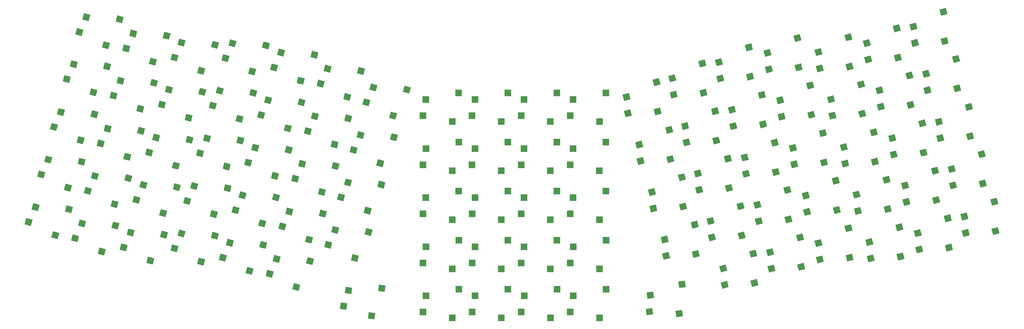
<source format=gbp>
G04 #@! TF.GenerationSoftware,KiCad,Pcbnew,(5.1.10)-1*
G04 #@! TF.CreationDate,2021-10-14T20:39:04+01:00*
G04 #@! TF.ProjectId,superlyra-hs,73757065-726c-4797-9261-2d68732e6b69,0.1*
G04 #@! TF.SameCoordinates,Original*
G04 #@! TF.FileFunction,Paste,Bot*
G04 #@! TF.FilePolarity,Positive*
%FSLAX46Y46*%
G04 Gerber Fmt 4.6, Leading zero omitted, Abs format (unit mm)*
G04 Created by KiCad (PCBNEW (5.1.10)-1) date 2021-10-14 20:39:04*
%MOMM*%
%LPD*%
G01*
G04 APERTURE LIST*
%ADD10C,0.100000*%
%ADD11R,2.550000X2.500000*%
G04 APERTURE END LIST*
D10*
G36*
X356392602Y-118848768D02*
G01*
X357039649Y-121263583D01*
X354576538Y-121923572D01*
X353929491Y-119508757D01*
X356392602Y-118848768D01*
G37*
G36*
X367902122Y-118131443D02*
G01*
X368549169Y-120546258D01*
X366086058Y-121206247D01*
X365439011Y-118791432D01*
X367902122Y-118131443D01*
G37*
G36*
X355861183Y-112507227D02*
G01*
X356508230Y-114922042D01*
X354045119Y-115582031D01*
X353398072Y-113167216D01*
X355861183Y-112507227D01*
G37*
G36*
X367471041Y-106766773D02*
G01*
X368118088Y-109181588D01*
X365654977Y-109841577D01*
X365007930Y-107426762D01*
X367471041Y-106766773D01*
G37*
G36*
X144003423Y-178028616D02*
G01*
X143677107Y-180507228D01*
X141148923Y-180174386D01*
X141475239Y-177695774D01*
X144003423Y-178028616D01*
G37*
G36*
X154911341Y-181770397D02*
G01*
X154585025Y-184249009D01*
X152056841Y-183916167D01*
X152383157Y-181437555D01*
X154911341Y-181770397D01*
G37*
G36*
X158862144Y-171105843D02*
G01*
X158535828Y-173584455D01*
X156007644Y-173251613D01*
X156333960Y-170773001D01*
X158862144Y-171105843D01*
G37*
G36*
X145939258Y-171966430D02*
G01*
X145612942Y-174445042D01*
X143084758Y-174112200D01*
X143411074Y-171633588D01*
X145939258Y-171966430D01*
G37*
G36*
X262109125Y-179822046D02*
G01*
X262435441Y-182300658D01*
X259907257Y-182633500D01*
X259580941Y-180154888D01*
X262109125Y-179822046D01*
G37*
G36*
X273613809Y-180613151D02*
G01*
X273940125Y-183091763D01*
X271411941Y-183424605D01*
X271085625Y-180945993D01*
X273613809Y-180613151D01*
G37*
G36*
X274669802Y-169289440D02*
G01*
X274996118Y-171768052D01*
X272467934Y-172100894D01*
X272141618Y-169622282D01*
X274669802Y-169289440D01*
G37*
G36*
X262409989Y-173465393D02*
G01*
X262736305Y-175944005D01*
X260208121Y-176276847D01*
X259881805Y-173798235D01*
X262409989Y-173465393D01*
G37*
G36*
X40278356Y-151960792D02*
G01*
X39631309Y-154375607D01*
X37168198Y-153715618D01*
X37815245Y-151300803D01*
X40278356Y-151960792D01*
G37*
G36*
X50604556Y-157094330D02*
G01*
X49957509Y-159509145D01*
X47494398Y-158849156D01*
X48141445Y-156434341D01*
X50604556Y-157094330D01*
G37*
G36*
X42988904Y-146203146D02*
G01*
X42341857Y-148617961D01*
X39878746Y-147957972D01*
X40525793Y-145543157D01*
X42988904Y-146203146D01*
G37*
G36*
X55913563Y-147036696D02*
G01*
X55266516Y-149451511D01*
X52803405Y-148791522D01*
X53450452Y-146376707D01*
X55913563Y-147036696D01*
G37*
G36*
X327793007Y-85507923D02*
G01*
X328440054Y-87922738D01*
X325976943Y-88582727D01*
X325329896Y-86167912D01*
X327793007Y-85507923D01*
G37*
G36*
X339302527Y-84790598D02*
G01*
X339949574Y-87205413D01*
X337486463Y-87865402D01*
X336839416Y-85450587D01*
X339302527Y-84790598D01*
G37*
G36*
X327261588Y-79166382D02*
G01*
X327908635Y-81581197D01*
X325445524Y-82241186D01*
X324798477Y-79826371D01*
X327261588Y-79166382D01*
G37*
G36*
X338871446Y-73425928D02*
G01*
X339518493Y-75840743D01*
X337055382Y-76500732D01*
X336408335Y-74085917D01*
X338871446Y-73425928D01*
G37*
G36*
X41919833Y-72069874D02*
G01*
X41272786Y-74484689D01*
X38809675Y-73824700D01*
X39456722Y-71409885D01*
X41919833Y-72069874D01*
G37*
G36*
X52246033Y-77203412D02*
G01*
X51598986Y-79618227D01*
X49135875Y-78958238D01*
X49782922Y-76543423D01*
X52246033Y-77203412D01*
G37*
G36*
X44630381Y-66312228D02*
G01*
X43983334Y-68727043D01*
X41520223Y-68067054D01*
X42167270Y-65652239D01*
X44630381Y-66312228D01*
G37*
G36*
X57555040Y-67145778D02*
G01*
X56907993Y-69560593D01*
X54444882Y-68900604D01*
X55091929Y-66485789D01*
X57555040Y-67145778D01*
G37*
G36*
X60077832Y-78425445D02*
G01*
X59430785Y-80840260D01*
X56967674Y-80180271D01*
X57614721Y-77765456D01*
X60077832Y-78425445D01*
G37*
G36*
X70404032Y-83558983D02*
G01*
X69756985Y-85973798D01*
X67293874Y-85313809D01*
X67940921Y-82898994D01*
X70404032Y-83558983D01*
G37*
G36*
X62788380Y-72667799D02*
G01*
X62141333Y-75082614D01*
X59678222Y-74422625D01*
X60325269Y-72007810D01*
X62788380Y-72667799D01*
G37*
G36*
X75713039Y-73501349D02*
G01*
X75065992Y-75916164D01*
X72602881Y-75256175D01*
X73249928Y-72841360D01*
X75713039Y-73501349D01*
G37*
G36*
X78774356Y-81934703D02*
G01*
X78127309Y-84349518D01*
X75664198Y-83689529D01*
X76311245Y-81274714D01*
X78774356Y-81934703D01*
G37*
G36*
X89100556Y-87068241D02*
G01*
X88453509Y-89483056D01*
X85990398Y-88823067D01*
X86637445Y-86408252D01*
X89100556Y-87068241D01*
G37*
G36*
X81484904Y-76177057D02*
G01*
X80837857Y-78591872D01*
X78374746Y-77931883D01*
X79021793Y-75517068D01*
X81484904Y-76177057D01*
G37*
G36*
X94409563Y-77010607D02*
G01*
X93762516Y-79425422D01*
X91299405Y-78765433D01*
X91946452Y-76350618D01*
X94409563Y-77010607D01*
G37*
G36*
X98485519Y-82203912D02*
G01*
X97838472Y-84618727D01*
X95375361Y-83958738D01*
X96022408Y-81543923D01*
X98485519Y-82203912D01*
G37*
G36*
X108811719Y-87337450D02*
G01*
X108164672Y-89752265D01*
X105701561Y-89092276D01*
X106348608Y-86677461D01*
X108811719Y-87337450D01*
G37*
G36*
X101196067Y-76446266D02*
G01*
X100549020Y-78861081D01*
X98085909Y-78201092D01*
X98732956Y-75786277D01*
X101196067Y-76446266D01*
G37*
G36*
X114120726Y-77279816D02*
G01*
X113473679Y-79694631D01*
X111010568Y-79034642D01*
X111657615Y-76619827D01*
X114120726Y-77279816D01*
G37*
G36*
X117258063Y-85809611D02*
G01*
X116611016Y-88224426D01*
X114147905Y-87564437D01*
X114794952Y-85149622D01*
X117258063Y-85809611D01*
G37*
G36*
X127584263Y-90943149D02*
G01*
X126937216Y-93357964D01*
X124474105Y-92697975D01*
X125121152Y-90283160D01*
X127584263Y-90943149D01*
G37*
G36*
X119968611Y-80051965D02*
G01*
X119321564Y-82466780D01*
X116858453Y-81806791D01*
X117505500Y-79391976D01*
X119968611Y-80051965D01*
G37*
G36*
X132893270Y-80885515D02*
G01*
X132246223Y-83300330D01*
X129783112Y-82640341D01*
X130430159Y-80225526D01*
X132893270Y-80885515D01*
G37*
G36*
X135282605Y-92063030D02*
G01*
X134635558Y-94477845D01*
X132172447Y-93817856D01*
X132819494Y-91403041D01*
X135282605Y-92063030D01*
G37*
G36*
X145608805Y-97196568D02*
G01*
X144961758Y-99611383D01*
X142498647Y-98951394D01*
X143145694Y-96536579D01*
X145608805Y-97196568D01*
G37*
G36*
X137993153Y-86305384D02*
G01*
X137346106Y-88720199D01*
X134882995Y-88060210D01*
X135530042Y-85645395D01*
X137993153Y-86305384D01*
G37*
G36*
X150917812Y-87138934D02*
G01*
X150270765Y-89553749D01*
X147807654Y-88893760D01*
X148454701Y-86478945D01*
X150917812Y-87138934D01*
G37*
G36*
X153022910Y-99311849D02*
G01*
X152375863Y-101726664D01*
X149912752Y-101066675D01*
X150559799Y-98651860D01*
X153022910Y-99311849D01*
G37*
G36*
X163349110Y-104445387D02*
G01*
X162702063Y-106860202D01*
X160238952Y-106200213D01*
X160885999Y-103785398D01*
X163349110Y-104445387D01*
G37*
G36*
X155733458Y-93554203D02*
G01*
X155086411Y-95969018D01*
X152623300Y-95309029D01*
X153270347Y-92894214D01*
X155733458Y-93554203D01*
G37*
G36*
X168658117Y-94387753D02*
G01*
X168011070Y-96802568D01*
X165547959Y-96142579D01*
X166195006Y-93727764D01*
X168658117Y-94387753D01*
G37*
D11*
X173352027Y-105351860D03*
X184655027Y-107637860D03*
X174480027Y-99088860D03*
X187180027Y-96548860D03*
X192335938Y-105352622D03*
X203638938Y-107638622D03*
X193463938Y-99089622D03*
X206163938Y-96549622D03*
X211340099Y-105352850D03*
X222643099Y-107638850D03*
X212468099Y-99089850D03*
X225168099Y-96549850D03*
X230328946Y-105352702D03*
X241631946Y-107638702D03*
X231456946Y-99089702D03*
X244156946Y-96549702D03*
D10*
G36*
X253553140Y-102902399D02*
G01*
X254200187Y-105317214D01*
X251737076Y-105977203D01*
X251090029Y-103562388D01*
X253553140Y-102902399D01*
G37*
G36*
X265062660Y-102185074D02*
G01*
X265709707Y-104599889D01*
X263246596Y-105259878D01*
X262599549Y-102845063D01*
X265062660Y-102185074D01*
G37*
G36*
X253021721Y-96560858D02*
G01*
X253668768Y-98975673D01*
X251205657Y-99635662D01*
X250558610Y-97220847D01*
X253021721Y-96560858D01*
G37*
G36*
X264631579Y-90820404D02*
G01*
X265278626Y-93235219D01*
X262815515Y-93895208D01*
X262168468Y-91480393D01*
X264631579Y-90820404D01*
G37*
G36*
X271273232Y-95674797D02*
G01*
X271920279Y-98089612D01*
X269457168Y-98749601D01*
X268810121Y-96334786D01*
X271273232Y-95674797D01*
G37*
G36*
X282782752Y-94957472D02*
G01*
X283429799Y-97372287D01*
X280966688Y-98032276D01*
X280319641Y-95617461D01*
X282782752Y-94957472D01*
G37*
G36*
X270741813Y-89333256D02*
G01*
X271388860Y-91748071D01*
X268925749Y-92408060D01*
X268278702Y-89993245D01*
X270741813Y-89333256D01*
G37*
G36*
X282351671Y-83592802D02*
G01*
X282998718Y-86007617D01*
X280535607Y-86667606D01*
X279888560Y-84252791D01*
X282351671Y-83592802D01*
G37*
G36*
X289309240Y-89422182D02*
G01*
X289956287Y-91836997D01*
X287493176Y-92496986D01*
X286846129Y-90082171D01*
X289309240Y-89422182D01*
G37*
G36*
X300818760Y-88704857D02*
G01*
X301465807Y-91119672D01*
X299002696Y-91779661D01*
X298355649Y-89364846D01*
X300818760Y-88704857D01*
G37*
G36*
X288777821Y-83080641D02*
G01*
X289424868Y-85495456D01*
X286961757Y-86155445D01*
X286314710Y-83740630D01*
X288777821Y-83080641D01*
G37*
G36*
X300387679Y-77340187D02*
G01*
X301034726Y-79755002D01*
X298571615Y-80414991D01*
X297924568Y-78000176D01*
X300387679Y-77340187D01*
G37*
G36*
X308094181Y-85839770D02*
G01*
X308741228Y-88254585D01*
X306278117Y-88914574D01*
X305631070Y-86499759D01*
X308094181Y-85839770D01*
G37*
G36*
X319603701Y-85122445D02*
G01*
X320250748Y-87537260D01*
X317787637Y-88197249D01*
X317140590Y-85782434D01*
X319603701Y-85122445D01*
G37*
G36*
X307562762Y-79498229D02*
G01*
X308209809Y-81913044D01*
X305746698Y-82573033D01*
X305099651Y-80158218D01*
X307562762Y-79498229D01*
G37*
G36*
X319172620Y-73757775D02*
G01*
X319819667Y-76172590D01*
X317356556Y-76832579D01*
X316709509Y-74417764D01*
X319172620Y-73757775D01*
G37*
G36*
X346527983Y-82055774D02*
G01*
X347175030Y-84470589D01*
X344711919Y-85130578D01*
X344064872Y-82715763D01*
X346527983Y-82055774D01*
G37*
G36*
X358037503Y-81338449D02*
G01*
X358684550Y-83753264D01*
X356221439Y-84413253D01*
X355574392Y-81998438D01*
X358037503Y-81338449D01*
G37*
G36*
X345996564Y-75714233D02*
G01*
X346643611Y-78129048D01*
X344180500Y-78789037D01*
X343533453Y-76374222D01*
X345996564Y-75714233D01*
G37*
G36*
X357606422Y-69973779D02*
G01*
X358253469Y-72388594D01*
X355790358Y-73048583D01*
X355143311Y-70633768D01*
X357606422Y-69973779D01*
G37*
G36*
X364589678Y-75663485D02*
G01*
X365236725Y-78078300D01*
X362773614Y-78738289D01*
X362126567Y-76323474D01*
X364589678Y-75663485D01*
G37*
G36*
X376099198Y-74946160D02*
G01*
X376746245Y-77360975D01*
X374283134Y-78020964D01*
X373636087Y-75606149D01*
X376099198Y-74946160D01*
G37*
G36*
X364058259Y-69321944D02*
G01*
X364705306Y-71736759D01*
X362242195Y-72396748D01*
X361595148Y-69981933D01*
X364058259Y-69321944D01*
G37*
G36*
X375668117Y-63581490D02*
G01*
X376315164Y-65996305D01*
X373852053Y-66656294D01*
X373205006Y-64241479D01*
X375668117Y-63581490D01*
G37*
G36*
X37051296Y-90298855D02*
G01*
X36404249Y-92713670D01*
X33941138Y-92053681D01*
X34588185Y-89638866D01*
X37051296Y-90298855D01*
G37*
G36*
X47377496Y-95432393D02*
G01*
X46730449Y-97847208D01*
X44267338Y-97187219D01*
X44914385Y-94772404D01*
X47377496Y-95432393D01*
G37*
G36*
X39761844Y-84541209D02*
G01*
X39114797Y-86956024D01*
X36651686Y-86296035D01*
X37298733Y-83881220D01*
X39761844Y-84541209D01*
G37*
G36*
X52686503Y-85374759D02*
G01*
X52039456Y-87789574D01*
X49576345Y-87129585D01*
X50223392Y-84714770D01*
X52686503Y-85374759D01*
G37*
G36*
X55181065Y-96691581D02*
G01*
X54534018Y-99106396D01*
X52070907Y-98446407D01*
X52717954Y-96031592D01*
X55181065Y-96691581D01*
G37*
G36*
X65507265Y-101825119D02*
G01*
X64860218Y-104239934D01*
X62397107Y-103579945D01*
X63044154Y-101165130D01*
X65507265Y-101825119D01*
G37*
G36*
X57891613Y-90933935D02*
G01*
X57244566Y-93348750D01*
X54781455Y-92688761D01*
X55428502Y-90273946D01*
X57891613Y-90933935D01*
G37*
G36*
X70816272Y-91767485D02*
G01*
X70169225Y-94182300D01*
X67706114Y-93522311D01*
X68353161Y-91107496D01*
X70816272Y-91767485D01*
G37*
G36*
X73881974Y-100161586D02*
G01*
X73234927Y-102576401D01*
X70771816Y-101916412D01*
X71418863Y-99501597D01*
X73881974Y-100161586D01*
G37*
G36*
X84208174Y-105295124D02*
G01*
X83561127Y-107709939D01*
X81098016Y-107049950D01*
X81745063Y-104635135D01*
X84208174Y-105295124D01*
G37*
G36*
X76592522Y-94403940D02*
G01*
X75945475Y-96818755D01*
X73482364Y-96158766D01*
X74129411Y-93743951D01*
X76592522Y-94403940D01*
G37*
G36*
X89517181Y-95237490D02*
G01*
X88870134Y-97652305D01*
X86407023Y-96992316D01*
X87054070Y-94577501D01*
X89517181Y-95237490D01*
G37*
G36*
X93572187Y-100572961D02*
G01*
X92925140Y-102987776D01*
X90462029Y-102327787D01*
X91109076Y-99912972D01*
X93572187Y-100572961D01*
G37*
G36*
X103898387Y-105706499D02*
G01*
X103251340Y-108121314D01*
X100788229Y-107461325D01*
X101435276Y-105046510D01*
X103898387Y-105706499D01*
G37*
G36*
X96282735Y-94815315D02*
G01*
X95635688Y-97230130D01*
X93172577Y-96570141D01*
X93819624Y-94155326D01*
X96282735Y-94815315D01*
G37*
G36*
X109207394Y-95648865D02*
G01*
X108560347Y-98063680D01*
X106097236Y-97403691D01*
X106744283Y-94988876D01*
X109207394Y-95648865D01*
G37*
G36*
X112276356Y-104226822D02*
G01*
X111629309Y-106641637D01*
X109166198Y-105981648D01*
X109813245Y-103566833D01*
X112276356Y-104226822D01*
G37*
G36*
X122602556Y-109360360D02*
G01*
X121955509Y-111775175D01*
X119492398Y-111115186D01*
X120139445Y-108700371D01*
X122602556Y-109360360D01*
G37*
G36*
X114986904Y-98469176D02*
G01*
X114339857Y-100883991D01*
X111876746Y-100224002D01*
X112523793Y-97809187D01*
X114986904Y-98469176D01*
G37*
G36*
X127911563Y-99302726D02*
G01*
X127264516Y-101717541D01*
X124801405Y-101057552D01*
X125448452Y-98642737D01*
X127911563Y-99302726D01*
G37*
G36*
X130352507Y-110459317D02*
G01*
X129705460Y-112874132D01*
X127242349Y-112214143D01*
X127889396Y-109799328D01*
X130352507Y-110459317D01*
G37*
G36*
X140678707Y-115592855D02*
G01*
X140031660Y-118007670D01*
X137568549Y-117347681D01*
X138215596Y-114932866D01*
X140678707Y-115592855D01*
G37*
G36*
X133063055Y-104701671D02*
G01*
X132416008Y-107116486D01*
X129952897Y-106456497D01*
X130599944Y-104041682D01*
X133063055Y-104701671D01*
G37*
G36*
X145987714Y-105535221D02*
G01*
X145340667Y-107950036D01*
X142877556Y-107290047D01*
X143524603Y-104875232D01*
X145987714Y-105535221D01*
G37*
G36*
X148045757Y-117757191D02*
G01*
X147398710Y-120172006D01*
X144935599Y-119512017D01*
X145582646Y-117097202D01*
X148045757Y-117757191D01*
G37*
G36*
X158371957Y-122890729D02*
G01*
X157724910Y-125305544D01*
X155261799Y-124645555D01*
X155908846Y-122230740D01*
X158371957Y-122890729D01*
G37*
G36*
X150756305Y-111999545D02*
G01*
X150109258Y-114414360D01*
X147646147Y-113754371D01*
X148293194Y-111339556D01*
X150756305Y-111999545D01*
G37*
G36*
X163680964Y-112833095D02*
G01*
X163033917Y-115247910D01*
X160570806Y-114587921D01*
X161217853Y-112173106D01*
X163680964Y-112833095D01*
G37*
D11*
X173354461Y-124370059D03*
X184657461Y-126656059D03*
X174482461Y-118107059D03*
X187182461Y-115567059D03*
X192341234Y-124371156D03*
X203644234Y-126657156D03*
X193469234Y-118108156D03*
X206169234Y-115568156D03*
X211331244Y-124371139D03*
X222634244Y-126657139D03*
X212459244Y-118108139D03*
X225159244Y-115568139D03*
X230312303Y-124371345D03*
X241615303Y-126657345D03*
X231440303Y-118108345D03*
X244140303Y-115568345D03*
D10*
G36*
X258462513Y-121373317D02*
G01*
X259109560Y-123788132D01*
X256646449Y-124448121D01*
X255999402Y-122033306D01*
X258462513Y-121373317D01*
G37*
G36*
X269972033Y-120655992D02*
G01*
X270619080Y-123070807D01*
X268155969Y-123730796D01*
X267508922Y-121315981D01*
X269972033Y-120655992D01*
G37*
G36*
X257931094Y-115031776D02*
G01*
X258578141Y-117446591D01*
X256115030Y-118106580D01*
X255467983Y-115691765D01*
X257931094Y-115031776D01*
G37*
G36*
X269540952Y-109291322D02*
G01*
X270187999Y-111706137D01*
X267724888Y-112366126D01*
X267077841Y-109951311D01*
X269540952Y-109291322D01*
G37*
G36*
X276214626Y-114158020D02*
G01*
X276861673Y-116572835D01*
X274398562Y-117232824D01*
X273751515Y-114818009D01*
X276214626Y-114158020D01*
G37*
G36*
X287724146Y-113440695D02*
G01*
X288371193Y-115855510D01*
X285908082Y-116515499D01*
X285261035Y-114100684D01*
X287724146Y-113440695D01*
G37*
G36*
X275683207Y-107816479D02*
G01*
X276330254Y-110231294D01*
X273867143Y-110891283D01*
X273220096Y-108476468D01*
X275683207Y-107816479D01*
G37*
G36*
X287293065Y-102076025D02*
G01*
X287940112Y-104490840D01*
X285477001Y-105150829D01*
X284829954Y-102736014D01*
X287293065Y-102076025D01*
G37*
G36*
X294322132Y-107859996D02*
G01*
X294969179Y-110274811D01*
X292506068Y-110934800D01*
X291859021Y-108519985D01*
X294322132Y-107859996D01*
G37*
G36*
X305831652Y-107142671D02*
G01*
X306478699Y-109557486D01*
X304015588Y-110217475D01*
X303368541Y-107802660D01*
X305831652Y-107142671D01*
G37*
G36*
X293790713Y-101518455D02*
G01*
X294437760Y-103933270D01*
X291974649Y-104593259D01*
X291327602Y-102178444D01*
X293790713Y-101518455D01*
G37*
G36*
X305400571Y-95778001D02*
G01*
X306047618Y-98192816D01*
X303584507Y-98852805D01*
X302937460Y-96437990D01*
X305400571Y-95778001D01*
G37*
G36*
X313014940Y-104184562D02*
G01*
X313661987Y-106599377D01*
X311198876Y-107259366D01*
X310551829Y-104844551D01*
X313014940Y-104184562D01*
G37*
G36*
X324524460Y-103467237D02*
G01*
X325171507Y-105882052D01*
X322708396Y-106542041D01*
X322061349Y-104127226D01*
X324524460Y-103467237D01*
G37*
G36*
X312483521Y-97843021D02*
G01*
X313130568Y-100257836D01*
X310667457Y-100917825D01*
X310020410Y-98503010D01*
X312483521Y-97843021D01*
G37*
G36*
X324093379Y-92102567D02*
G01*
X324740426Y-94517382D01*
X322277315Y-95177371D01*
X321630268Y-92762556D01*
X324093379Y-92102567D01*
G37*
G36*
X332687644Y-103789355D02*
G01*
X333334691Y-106204170D01*
X330871580Y-106864159D01*
X330224533Y-104449344D01*
X332687644Y-103789355D01*
G37*
G36*
X344197164Y-103072030D02*
G01*
X344844211Y-105486845D01*
X342381100Y-106146834D01*
X341734053Y-103732019D01*
X344197164Y-103072030D01*
G37*
G36*
X332156225Y-97447814D02*
G01*
X332803272Y-99862629D01*
X330340161Y-100522618D01*
X329693114Y-98107803D01*
X332156225Y-97447814D01*
G37*
G36*
X343766083Y-91707360D02*
G01*
X344413130Y-94122175D01*
X341950019Y-94782164D01*
X341302972Y-92367349D01*
X343766083Y-91707360D01*
G37*
G36*
X351436024Y-100325031D02*
G01*
X352083071Y-102739846D01*
X349619960Y-103399835D01*
X348972913Y-100985020D01*
X351436024Y-100325031D01*
G37*
G36*
X362945544Y-99607706D02*
G01*
X363592591Y-102022521D01*
X361129480Y-102682510D01*
X360482433Y-100267695D01*
X362945544Y-99607706D01*
G37*
G36*
X350904605Y-93983490D02*
G01*
X351551652Y-96398305D01*
X349088541Y-97058294D01*
X348441494Y-94643479D01*
X350904605Y-93983490D01*
G37*
G36*
X362514463Y-88243036D02*
G01*
X363161510Y-90657851D01*
X360698399Y-91317840D01*
X360051352Y-88903025D01*
X362514463Y-88243036D01*
G37*
G36*
X369467840Y-93934356D02*
G01*
X370114887Y-96349171D01*
X367651776Y-97009160D01*
X367004729Y-94594345D01*
X369467840Y-93934356D01*
G37*
G36*
X380977360Y-93217031D02*
G01*
X381624407Y-95631846D01*
X379161296Y-96291835D01*
X378514249Y-93877020D01*
X380977360Y-93217031D01*
G37*
G36*
X368936421Y-87592815D02*
G01*
X369583468Y-90007630D01*
X367120357Y-90667619D01*
X366473310Y-88252804D01*
X368936421Y-87592815D01*
G37*
G36*
X380546279Y-81852361D02*
G01*
X381193326Y-84267176D01*
X378730215Y-84927165D01*
X378083168Y-82512350D01*
X380546279Y-81852361D01*
G37*
G36*
X32119790Y-108846219D02*
G01*
X31472743Y-111261034D01*
X29009632Y-110601045D01*
X29656679Y-108186230D01*
X32119790Y-108846219D01*
G37*
G36*
X42445990Y-113979757D02*
G01*
X41798943Y-116394572D01*
X39335832Y-115734583D01*
X39982879Y-113319768D01*
X42445990Y-113979757D01*
G37*
G36*
X34830338Y-103088573D02*
G01*
X34183291Y-105503388D01*
X31720180Y-104843399D01*
X32367227Y-102428584D01*
X34830338Y-103088573D01*
G37*
G36*
X47754997Y-103922123D02*
G01*
X47107950Y-106336938D01*
X44644839Y-105676949D01*
X45291886Y-103262134D01*
X47754997Y-103922123D01*
G37*
G36*
X50170370Y-115263966D02*
G01*
X49523323Y-117678781D01*
X47060212Y-117018792D01*
X47707259Y-114603977D01*
X50170370Y-115263966D01*
G37*
G36*
X60496570Y-120397504D02*
G01*
X59849523Y-122812319D01*
X57386412Y-122152330D01*
X58033459Y-119737515D01*
X60496570Y-120397504D01*
G37*
G36*
X52880918Y-109506320D02*
G01*
X52233871Y-111921135D01*
X49770760Y-111261146D01*
X50417807Y-108846331D01*
X52880918Y-109506320D01*
G37*
G36*
X65805577Y-110339870D02*
G01*
X65158530Y-112754685D01*
X62695419Y-112094696D01*
X63342466Y-109679881D01*
X65805577Y-110339870D01*
G37*
G36*
X68920085Y-118722221D02*
G01*
X68273038Y-121137036D01*
X65809927Y-120477047D01*
X66456974Y-118062232D01*
X68920085Y-118722221D01*
G37*
G36*
X79246285Y-123855759D02*
G01*
X78599238Y-126270574D01*
X76136127Y-125610585D01*
X76783174Y-123195770D01*
X79246285Y-123855759D01*
G37*
G36*
X71630633Y-112964575D02*
G01*
X70983586Y-115379390D01*
X68520475Y-114719401D01*
X69167522Y-112304586D01*
X71630633Y-112964575D01*
G37*
G36*
X84555292Y-113798125D02*
G01*
X83908245Y-116212940D01*
X81445134Y-115552951D01*
X82092181Y-113138136D01*
X84555292Y-113798125D01*
G37*
G36*
X88618385Y-119011868D02*
G01*
X87971338Y-121426683D01*
X85508227Y-120766694D01*
X86155274Y-118351879D01*
X88618385Y-119011868D01*
G37*
G36*
X98944585Y-124145406D02*
G01*
X98297538Y-126560221D01*
X95834427Y-125900232D01*
X96481474Y-123485417D01*
X98944585Y-124145406D01*
G37*
G36*
X91328933Y-113254222D02*
G01*
X90681886Y-115669037D01*
X88218775Y-115009048D01*
X88865822Y-112594233D01*
X91328933Y-113254222D01*
G37*
G36*
X104253592Y-114087772D02*
G01*
X103606545Y-116502587D01*
X101143434Y-115842598D01*
X101790481Y-113427783D01*
X104253592Y-114087772D01*
G37*
G36*
X107298805Y-122646306D02*
G01*
X106651758Y-125061121D01*
X104188647Y-124401132D01*
X104835694Y-121986317D01*
X107298805Y-122646306D01*
G37*
G36*
X117625005Y-127779844D02*
G01*
X116977958Y-130194659D01*
X114514847Y-129534670D01*
X115161894Y-127119855D01*
X117625005Y-127779844D01*
G37*
G36*
X110009353Y-116888660D02*
G01*
X109362306Y-119303475D01*
X106899195Y-118643486D01*
X107546242Y-116228671D01*
X110009353Y-116888660D01*
G37*
G36*
X122934012Y-117722210D02*
G01*
X122286965Y-120137025D01*
X119823854Y-119477036D01*
X120470901Y-117062221D01*
X122934012Y-117722210D01*
G37*
G36*
X125449443Y-128877003D02*
G01*
X124802396Y-131291818D01*
X122339285Y-130631829D01*
X122986332Y-128217014D01*
X125449443Y-128877003D01*
G37*
G36*
X135775643Y-134010541D02*
G01*
X135128596Y-136425356D01*
X132665485Y-135765367D01*
X133312532Y-133350552D01*
X135775643Y-134010541D01*
G37*
G36*
X128159991Y-123119357D02*
G01*
X127512944Y-125534172D01*
X125049833Y-124874183D01*
X125696880Y-122459368D01*
X128159991Y-123119357D01*
G37*
G36*
X141084650Y-123952907D02*
G01*
X140437603Y-126367722D01*
X137974492Y-125707733D01*
X138621539Y-123292918D01*
X141084650Y-123952907D01*
G37*
G36*
X143163784Y-136107442D02*
G01*
X142516737Y-138522257D01*
X140053626Y-137862268D01*
X140700673Y-135447453D01*
X143163784Y-136107442D01*
G37*
G36*
X153489984Y-141240980D02*
G01*
X152842937Y-143655795D01*
X150379826Y-142995806D01*
X151026873Y-140580991D01*
X153489984Y-141240980D01*
G37*
G36*
X145874332Y-130349796D02*
G01*
X145227285Y-132764611D01*
X142764174Y-132104622D01*
X143411221Y-129689807D01*
X145874332Y-130349796D01*
G37*
G36*
X158798991Y-131183346D02*
G01*
X158151944Y-133598161D01*
X155688833Y-132938172D01*
X156335880Y-130523357D01*
X158798991Y-131183346D01*
G37*
D11*
X173351982Y-143380890D03*
X184654982Y-145666890D03*
X174479982Y-137117890D03*
X187179982Y-134577890D03*
X192353210Y-143372145D03*
X203656210Y-145658145D03*
X193481210Y-137109145D03*
X206181210Y-134569145D03*
X211329600Y-143360803D03*
X222632600Y-145646803D03*
X212457600Y-137097803D03*
X225157600Y-134557803D03*
X230326704Y-143367832D03*
X241629704Y-145653832D03*
X231454704Y-137104832D03*
X244154704Y-134564832D03*
D10*
G36*
X263390429Y-139741210D02*
G01*
X264037476Y-142156025D01*
X261574365Y-142816014D01*
X260927318Y-140401199D01*
X263390429Y-139741210D01*
G37*
G36*
X274899949Y-139023885D02*
G01*
X275546996Y-141438700D01*
X273083885Y-142098689D01*
X272436838Y-139683874D01*
X274899949Y-139023885D01*
G37*
G36*
X262859010Y-133399669D02*
G01*
X263506057Y-135814484D01*
X261042946Y-136474473D01*
X260395899Y-134059658D01*
X262859010Y-133399669D01*
G37*
G36*
X274468868Y-127659215D02*
G01*
X275115915Y-130074030D01*
X272652804Y-130734019D01*
X272005757Y-128319204D01*
X274468868Y-127659215D01*
G37*
G36*
X281144673Y-132527636D02*
G01*
X281791720Y-134942451D01*
X279328609Y-135602440D01*
X278681562Y-133187625D01*
X281144673Y-132527636D01*
G37*
G36*
X292654193Y-131810311D02*
G01*
X293301240Y-134225126D01*
X290838129Y-134885115D01*
X290191082Y-132470300D01*
X292654193Y-131810311D01*
G37*
G36*
X280613254Y-126186095D02*
G01*
X281260301Y-128600910D01*
X278797190Y-129260899D01*
X278150143Y-126846084D01*
X280613254Y-126186095D01*
G37*
G36*
X292223112Y-120445641D02*
G01*
X292870159Y-122860456D01*
X290407048Y-123520445D01*
X289760001Y-121105630D01*
X292223112Y-120445641D01*
G37*
G36*
X299265094Y-126337894D02*
G01*
X299912141Y-128752709D01*
X297449030Y-129412698D01*
X296801983Y-126997883D01*
X299265094Y-126337894D01*
G37*
G36*
X310774614Y-125620569D02*
G01*
X311421661Y-128035384D01*
X308958550Y-128695373D01*
X308311503Y-126280558D01*
X310774614Y-125620569D01*
G37*
G36*
X298733675Y-119996353D02*
G01*
X299380722Y-122411168D01*
X296917611Y-123071157D01*
X296270564Y-120656342D01*
X298733675Y-119996353D01*
G37*
G36*
X310343533Y-114255899D02*
G01*
X310990580Y-116670714D01*
X308527469Y-117330703D01*
X307880422Y-114915888D01*
X310343533Y-114255899D01*
G37*
G36*
X317931806Y-122648798D02*
G01*
X318578853Y-125063613D01*
X316115742Y-125723602D01*
X315468695Y-123308787D01*
X317931806Y-122648798D01*
G37*
G36*
X329441326Y-121931473D02*
G01*
X330088373Y-124346288D01*
X327625262Y-125006277D01*
X326978215Y-122591462D01*
X329441326Y-121931473D01*
G37*
G36*
X317400387Y-116307257D02*
G01*
X318047434Y-118722072D01*
X315584323Y-119382061D01*
X314937276Y-116967246D01*
X317400387Y-116307257D01*
G37*
G36*
X329010245Y-110566803D02*
G01*
X329657292Y-112981618D01*
X327194181Y-113641607D01*
X326547134Y-111226792D01*
X329010245Y-110566803D01*
G37*
G36*
X337639226Y-122342256D02*
G01*
X338286273Y-124757071D01*
X335823162Y-125417060D01*
X335176115Y-123002245D01*
X337639226Y-122342256D01*
G37*
G36*
X349148746Y-121624931D02*
G01*
X349795793Y-124039746D01*
X347332682Y-124699735D01*
X346685635Y-122284920D01*
X349148746Y-121624931D01*
G37*
G36*
X337107807Y-116000715D02*
G01*
X337754854Y-118415530D01*
X335291743Y-119075519D01*
X334644696Y-116660704D01*
X337107807Y-116000715D01*
G37*
G36*
X348717665Y-110260261D02*
G01*
X349364712Y-112675076D01*
X346901601Y-113335065D01*
X346254554Y-110920250D01*
X348717665Y-110260261D01*
G37*
G36*
X374427584Y-112504226D02*
G01*
X375074631Y-114919041D01*
X372611520Y-115579030D01*
X371964473Y-113164215D01*
X374427584Y-112504226D01*
G37*
G36*
X385937104Y-111786901D02*
G01*
X386584151Y-114201716D01*
X384121040Y-114861705D01*
X383473993Y-112446890D01*
X385937104Y-111786901D01*
G37*
G36*
X373896165Y-106162685D02*
G01*
X374543212Y-108577500D01*
X372080101Y-109237489D01*
X371433054Y-106822674D01*
X373896165Y-106162685D01*
G37*
G36*
X385506023Y-100422231D02*
G01*
X386153070Y-102837046D01*
X383689959Y-103497035D01*
X383042912Y-101082220D01*
X385506023Y-100422231D01*
G37*
G36*
X27181762Y-127235273D02*
G01*
X26534715Y-129650088D01*
X24071604Y-128990099D01*
X24718651Y-126575284D01*
X27181762Y-127235273D01*
G37*
G36*
X37507962Y-132368811D02*
G01*
X36860915Y-134783626D01*
X34397804Y-134123637D01*
X35044851Y-131708822D01*
X37507962Y-132368811D01*
G37*
G36*
X29892310Y-121477627D02*
G01*
X29245263Y-123892442D01*
X26782152Y-123232453D01*
X27429199Y-120817638D01*
X29892310Y-121477627D01*
G37*
G36*
X42816969Y-122311177D02*
G01*
X42169922Y-124725992D01*
X39706811Y-124066003D01*
X40353858Y-121651188D01*
X42816969Y-122311177D01*
G37*
G36*
X45235964Y-133598648D02*
G01*
X44588917Y-136013463D01*
X42125806Y-135353474D01*
X42772853Y-132938659D01*
X45235964Y-133598648D01*
G37*
G36*
X55562164Y-138732186D02*
G01*
X54915117Y-141147001D01*
X52452006Y-140487012D01*
X53099053Y-138072197D01*
X55562164Y-138732186D01*
G37*
G36*
X47946512Y-127841002D02*
G01*
X47299465Y-130255817D01*
X44836354Y-129595828D01*
X45483401Y-127181013D01*
X47946512Y-127841002D01*
G37*
G36*
X60871171Y-128674552D02*
G01*
X60224124Y-131089367D01*
X57761013Y-130429378D01*
X58408060Y-128014563D01*
X60871171Y-128674552D01*
G37*
G36*
X64005238Y-137064950D02*
G01*
X63358191Y-139479765D01*
X60895080Y-138819776D01*
X61542127Y-136404961D01*
X64005238Y-137064950D01*
G37*
G36*
X74331438Y-142198488D02*
G01*
X73684391Y-144613303D01*
X71221280Y-143953314D01*
X71868327Y-141538499D01*
X74331438Y-142198488D01*
G37*
G36*
X66715786Y-131307304D02*
G01*
X66068739Y-133722119D01*
X63605628Y-133062130D01*
X64252675Y-130647315D01*
X66715786Y-131307304D01*
G37*
G36*
X79640445Y-132140854D02*
G01*
X78993398Y-134555669D01*
X76530287Y-133895680D01*
X77177334Y-131480865D01*
X79640445Y-132140854D01*
G37*
G36*
X83642973Y-137477986D02*
G01*
X82995926Y-139892801D01*
X80532815Y-139232812D01*
X81179862Y-136817997D01*
X83642973Y-137477986D01*
G37*
G36*
X93969173Y-142611524D02*
G01*
X93322126Y-145026339D01*
X90859015Y-144366350D01*
X91506062Y-141951535D01*
X93969173Y-142611524D01*
G37*
G36*
X86353521Y-131720340D02*
G01*
X85706474Y-134135155D01*
X83243363Y-133475166D01*
X83890410Y-131060351D01*
X86353521Y-131720340D01*
G37*
G36*
X99278180Y-132553890D02*
G01*
X98631133Y-134968705D01*
X96168022Y-134308716D01*
X96815069Y-131893901D01*
X99278180Y-132553890D01*
G37*
G36*
X102393507Y-141055666D02*
G01*
X101746460Y-143470481D01*
X99283349Y-142810492D01*
X99930396Y-140395677D01*
X102393507Y-141055666D01*
G37*
G36*
X112719707Y-146189204D02*
G01*
X112072660Y-148604019D01*
X109609549Y-147944030D01*
X110256596Y-145529215D01*
X112719707Y-146189204D01*
G37*
G36*
X105104055Y-135298020D02*
G01*
X104457008Y-137712835D01*
X101993897Y-137052846D01*
X102640944Y-134638031D01*
X105104055Y-135298020D01*
G37*
G36*
X118028714Y-136131570D02*
G01*
X117381667Y-138546385D01*
X114918556Y-137886396D01*
X115565603Y-135471581D01*
X118028714Y-136131570D01*
G37*
G36*
X120494578Y-147342903D02*
G01*
X119847531Y-149757718D01*
X117384420Y-149097729D01*
X118031467Y-146682914D01*
X120494578Y-147342903D01*
G37*
G36*
X130820778Y-152476441D02*
G01*
X130173731Y-154891256D01*
X127710620Y-154231267D01*
X128357667Y-151816452D01*
X130820778Y-152476441D01*
G37*
G36*
X123205126Y-141585257D02*
G01*
X122558079Y-144000072D01*
X120094968Y-143340083D01*
X120742015Y-140925268D01*
X123205126Y-141585257D01*
G37*
G36*
X136129785Y-142418807D02*
G01*
X135482738Y-144833622D01*
X133019627Y-144173633D01*
X133666674Y-141758818D01*
X136129785Y-142418807D01*
G37*
G36*
X138236659Y-154474762D02*
G01*
X137589612Y-156889577D01*
X135126501Y-156229588D01*
X135773548Y-153814773D01*
X138236659Y-154474762D01*
G37*
G36*
X148562859Y-159608300D02*
G01*
X147915812Y-162023115D01*
X145452701Y-161363126D01*
X146099748Y-158948311D01*
X148562859Y-159608300D01*
G37*
G36*
X140947207Y-148717116D02*
G01*
X140300160Y-151131931D01*
X137837049Y-150471942D01*
X138484096Y-148057127D01*
X140947207Y-148717116D01*
G37*
G36*
X153871866Y-149550666D02*
G01*
X153224819Y-151965481D01*
X150761708Y-151305492D01*
X151408755Y-148890677D01*
X153871866Y-149550666D01*
G37*
D11*
X173362210Y-162402962D03*
X184665210Y-164688962D03*
X174490210Y-156139962D03*
X187190210Y-153599962D03*
X192353345Y-162403277D03*
X203656345Y-164689277D03*
X193481345Y-156140277D03*
X206181345Y-153600277D03*
X211346685Y-162386844D03*
X222649685Y-164672844D03*
X212474685Y-156123844D03*
X225174685Y-153583844D03*
X230338643Y-162384118D03*
X241641643Y-164670118D03*
X231466643Y-156121118D03*
X244166643Y-153581118D03*
D10*
G36*
X268326662Y-158097072D02*
G01*
X268973709Y-160511887D01*
X266510598Y-161171876D01*
X265863551Y-158757061D01*
X268326662Y-158097072D01*
G37*
G36*
X279836182Y-157379747D02*
G01*
X280483229Y-159794562D01*
X278020118Y-160454551D01*
X277373071Y-158039736D01*
X279836182Y-157379747D01*
G37*
G36*
X267795243Y-151755531D02*
G01*
X268442290Y-154170346D01*
X265979179Y-154830335D01*
X265332132Y-152415520D01*
X267795243Y-151755531D01*
G37*
G36*
X279405101Y-146015077D02*
G01*
X280052148Y-148429892D01*
X277589037Y-149089881D01*
X276941990Y-146675066D01*
X279405101Y-146015077D01*
G37*
G36*
X286072191Y-150941548D02*
G01*
X286719238Y-153356363D01*
X284256127Y-154016352D01*
X283609080Y-151601537D01*
X286072191Y-150941548D01*
G37*
G36*
X297581711Y-150224223D02*
G01*
X298228758Y-152639038D01*
X295765647Y-153299027D01*
X295118600Y-150884212D01*
X297581711Y-150224223D01*
G37*
G36*
X285540772Y-144600007D02*
G01*
X286187819Y-147014822D01*
X283724708Y-147674811D01*
X283077661Y-145259996D01*
X285540772Y-144600007D01*
G37*
G36*
X297150630Y-138859553D02*
G01*
X297797677Y-141274368D01*
X295334566Y-141934357D01*
X294687519Y-139519542D01*
X297150630Y-138859553D01*
G37*
G36*
X304194415Y-144671123D02*
G01*
X304841462Y-147085938D01*
X302378351Y-147745927D01*
X301731304Y-145331112D01*
X304194415Y-144671123D01*
G37*
G36*
X315703935Y-143953798D02*
G01*
X316350982Y-146368613D01*
X313887871Y-147028602D01*
X313240824Y-144613787D01*
X315703935Y-143953798D01*
G37*
G36*
X303662996Y-138329582D02*
G01*
X304310043Y-140744397D01*
X301846932Y-141404386D01*
X301199885Y-138989571D01*
X303662996Y-138329582D01*
G37*
G36*
X315272854Y-132589128D02*
G01*
X315919901Y-135003943D01*
X313456790Y-135663932D01*
X312809743Y-133249117D01*
X315272854Y-132589128D01*
G37*
G36*
X322892412Y-141085735D02*
G01*
X323539459Y-143500550D01*
X321076348Y-144160539D01*
X320429301Y-141745724D01*
X322892412Y-141085735D01*
G37*
G36*
X334401932Y-140368410D02*
G01*
X335048979Y-142783225D01*
X332585868Y-143443214D01*
X331938821Y-141028399D01*
X334401932Y-140368410D01*
G37*
G36*
X322360993Y-134744194D02*
G01*
X323008040Y-137159009D01*
X320544929Y-137818998D01*
X319897882Y-135404183D01*
X322360993Y-134744194D01*
G37*
G36*
X333970851Y-129003740D02*
G01*
X334617898Y-131418555D01*
X332154787Y-132078544D01*
X331507740Y-129663729D01*
X333970851Y-129003740D01*
G37*
G36*
X342564385Y-140701835D02*
G01*
X343211432Y-143116650D01*
X340748321Y-143776639D01*
X340101274Y-141361824D01*
X342564385Y-140701835D01*
G37*
G36*
X354073905Y-139984510D02*
G01*
X354720952Y-142399325D01*
X352257841Y-143059314D01*
X351610794Y-140644499D01*
X354073905Y-139984510D01*
G37*
G36*
X342032966Y-134360294D02*
G01*
X342680013Y-136775109D01*
X340216902Y-137435098D01*
X339569855Y-135020283D01*
X342032966Y-134360294D01*
G37*
G36*
X353642824Y-128619840D02*
G01*
X354289871Y-131034655D01*
X351826760Y-131694644D01*
X351179713Y-129279829D01*
X353642824Y-128619840D01*
G37*
G36*
X361339392Y-137196279D02*
G01*
X361986439Y-139611094D01*
X359523328Y-140271083D01*
X358876281Y-137856268D01*
X361339392Y-137196279D01*
G37*
G36*
X372848912Y-136478954D02*
G01*
X373495959Y-138893769D01*
X371032848Y-139553758D01*
X370385801Y-137138943D01*
X372848912Y-136478954D01*
G37*
G36*
X360807973Y-130854738D02*
G01*
X361455020Y-133269553D01*
X358991909Y-133929542D01*
X358344862Y-131514727D01*
X360807973Y-130854738D01*
G37*
G36*
X372417831Y-125114284D02*
G01*
X373064878Y-127529099D01*
X370601767Y-128189088D01*
X369954720Y-125774273D01*
X372417831Y-125114284D01*
G37*
G36*
X379354939Y-130815727D02*
G01*
X380001986Y-133230542D01*
X377538875Y-133890531D01*
X376891828Y-131475716D01*
X379354939Y-130815727D01*
G37*
G36*
X390864459Y-130098402D02*
G01*
X391511506Y-132513217D01*
X389048395Y-133173206D01*
X388401348Y-130758391D01*
X390864459Y-130098402D01*
G37*
G36*
X378823520Y-124474186D02*
G01*
X379470567Y-126889001D01*
X377007456Y-127548990D01*
X376360409Y-125134175D01*
X378823520Y-124474186D01*
G37*
G36*
X390433378Y-118733732D02*
G01*
X391080425Y-121148547D01*
X388617314Y-121808536D01*
X387970267Y-119393721D01*
X390433378Y-118733732D01*
G37*
G36*
X22273720Y-145652196D02*
G01*
X21626673Y-148067011D01*
X19163562Y-147407022D01*
X19810609Y-144992207D01*
X22273720Y-145652196D01*
G37*
G36*
X32599920Y-150785734D02*
G01*
X31952873Y-153200549D01*
X29489762Y-152540560D01*
X30136809Y-150125745D01*
X32599920Y-150785734D01*
G37*
G36*
X24984268Y-139894550D02*
G01*
X24337221Y-142309365D01*
X21874110Y-141649376D01*
X22521157Y-139234561D01*
X24984268Y-139894550D01*
G37*
G36*
X37908927Y-140728100D02*
G01*
X37261880Y-143142915D01*
X34798769Y-142482926D01*
X35445816Y-140068111D01*
X37908927Y-140728100D01*
G37*
G36*
X59071140Y-155492382D02*
G01*
X58424093Y-157907197D01*
X55960982Y-157247208D01*
X56608029Y-154832393D01*
X59071140Y-155492382D01*
G37*
G36*
X69397340Y-160625920D02*
G01*
X68750293Y-163040735D01*
X66287182Y-162380746D01*
X66934229Y-159965931D01*
X69397340Y-160625920D01*
G37*
G36*
X61781688Y-149734736D02*
G01*
X61134641Y-152149551D01*
X58671530Y-151489562D01*
X59318577Y-149074747D01*
X61781688Y-149734736D01*
G37*
G36*
X74706347Y-150568286D02*
G01*
X74059300Y-152983101D01*
X71596189Y-152323112D01*
X72243236Y-149908297D01*
X74706347Y-150568286D01*
G37*
G36*
X78731353Y-155866169D02*
G01*
X78084306Y-158280984D01*
X75621195Y-157620995D01*
X76268242Y-155206180D01*
X78731353Y-155866169D01*
G37*
G36*
X89057553Y-160999707D02*
G01*
X88410506Y-163414522D01*
X85947395Y-162754533D01*
X86594442Y-160339718D01*
X89057553Y-160999707D01*
G37*
G36*
X81441901Y-150108523D02*
G01*
X80794854Y-152523338D01*
X78331743Y-151863349D01*
X78978790Y-149448534D01*
X81441901Y-150108523D01*
G37*
G36*
X94366560Y-150942073D02*
G01*
X93719513Y-153356888D01*
X91256402Y-152696899D01*
X91903449Y-150282084D01*
X94366560Y-150942073D01*
G37*
G36*
X97462211Y-159449166D02*
G01*
X96815164Y-161863981D01*
X94352053Y-161203992D01*
X94999100Y-158789177D01*
X97462211Y-159449166D01*
G37*
G36*
X107788411Y-164582704D02*
G01*
X107141364Y-166997519D01*
X104678253Y-166337530D01*
X105325300Y-163922715D01*
X107788411Y-164582704D01*
G37*
G36*
X100172759Y-153691520D02*
G01*
X99525712Y-156106335D01*
X97062601Y-155446346D01*
X97709648Y-153031531D01*
X100172759Y-153691520D01*
G37*
G36*
X113097418Y-154525070D02*
G01*
X112450371Y-156939885D01*
X109987260Y-156279896D01*
X110634307Y-153865081D01*
X113097418Y-154525070D01*
G37*
G36*
X115555141Y-165712394D02*
G01*
X114908094Y-168127209D01*
X112444983Y-167467220D01*
X113092030Y-165052405D01*
X115555141Y-165712394D01*
G37*
G36*
X125881341Y-170845932D02*
G01*
X125234294Y-173260747D01*
X122771183Y-172600758D01*
X123418230Y-170185943D01*
X125881341Y-170845932D01*
G37*
G36*
X118265689Y-159954748D02*
G01*
X117618642Y-162369563D01*
X115155531Y-161709574D01*
X115802578Y-159294759D01*
X118265689Y-159954748D01*
G37*
G36*
X131190348Y-160788298D02*
G01*
X130543301Y-163203113D01*
X128080190Y-162543124D01*
X128727237Y-160128309D01*
X131190348Y-160788298D01*
G37*
D11*
X173376206Y-181405335D03*
X184679206Y-183691335D03*
X174504206Y-175142335D03*
X187204206Y-172602335D03*
X192365711Y-181395896D03*
X203668711Y-183681896D03*
X193493711Y-175132896D03*
X206193711Y-172592896D03*
X211371599Y-181376491D03*
X222674599Y-183662491D03*
X212499599Y-175113491D03*
X225199599Y-172573491D03*
X230334754Y-181365742D03*
X241637754Y-183651742D03*
X231462754Y-175102742D03*
X244162754Y-172562742D03*
D10*
G36*
X290991237Y-169338356D02*
G01*
X291638284Y-171753171D01*
X289175173Y-172413160D01*
X288528126Y-169998345D01*
X290991237Y-169338356D01*
G37*
G36*
X302500757Y-168621031D02*
G01*
X303147804Y-171035846D01*
X300684693Y-171695835D01*
X300037646Y-169281020D01*
X302500757Y-168621031D01*
G37*
G36*
X290459818Y-162996815D02*
G01*
X291106865Y-165411630D01*
X288643754Y-166071619D01*
X287996707Y-163656804D01*
X290459818Y-162996815D01*
G37*
G36*
X302069676Y-157256361D02*
G01*
X302716723Y-159671176D01*
X300253612Y-160331165D01*
X299606565Y-157916350D01*
X302069676Y-157256361D01*
G37*
G36*
X309108682Y-163046245D02*
G01*
X309755729Y-165461060D01*
X307292618Y-166121049D01*
X306645571Y-163706234D01*
X309108682Y-163046245D01*
G37*
G36*
X320618202Y-162328920D02*
G01*
X321265249Y-164743735D01*
X318802138Y-165403724D01*
X318155091Y-162988909D01*
X320618202Y-162328920D01*
G37*
G36*
X308577263Y-156704704D02*
G01*
X309224310Y-159119519D01*
X306761199Y-159779508D01*
X306114152Y-157364693D01*
X308577263Y-156704704D01*
G37*
G36*
X320187121Y-150964250D02*
G01*
X320834168Y-153379065D01*
X318371057Y-154039054D01*
X317724010Y-151624239D01*
X320187121Y-150964250D01*
G37*
G36*
X327829188Y-159493012D02*
G01*
X328476235Y-161907827D01*
X326013124Y-162567816D01*
X325366077Y-160153001D01*
X327829188Y-159493012D01*
G37*
G36*
X339338708Y-158775687D02*
G01*
X339985755Y-161190502D01*
X337522644Y-161850491D01*
X336875597Y-159435676D01*
X339338708Y-158775687D01*
G37*
G36*
X327297769Y-153151471D02*
G01*
X327944816Y-155566286D01*
X325481705Y-156226275D01*
X324834658Y-153811460D01*
X327297769Y-153151471D01*
G37*
G36*
X338907627Y-147411017D02*
G01*
X339554674Y-149825832D01*
X337091563Y-150485821D01*
X336444516Y-148071006D01*
X338907627Y-147411017D01*
G37*
G36*
X347510388Y-159096754D02*
G01*
X348157435Y-161511569D01*
X345694324Y-162171558D01*
X345047277Y-159756743D01*
X347510388Y-159096754D01*
G37*
G36*
X359019908Y-158379429D02*
G01*
X359666955Y-160794244D01*
X357203844Y-161454233D01*
X356556797Y-159039418D01*
X359019908Y-158379429D01*
G37*
G36*
X346978969Y-152755213D02*
G01*
X347626016Y-155170028D01*
X345162905Y-155830017D01*
X344515858Y-153415202D01*
X346978969Y-152755213D01*
G37*
G36*
X358588827Y-147014759D02*
G01*
X359235874Y-149429574D01*
X356772763Y-150089563D01*
X356125716Y-147674748D01*
X358588827Y-147014759D01*
G37*
G36*
X366272408Y-155626386D02*
G01*
X366919455Y-158041201D01*
X364456344Y-158701190D01*
X363809297Y-156286375D01*
X366272408Y-155626386D01*
G37*
G36*
X377781928Y-154909061D02*
G01*
X378428975Y-157323876D01*
X375965864Y-157983865D01*
X375318817Y-155569050D01*
X377781928Y-154909061D01*
G37*
G36*
X365740989Y-149284845D02*
G01*
X366388036Y-151699660D01*
X363924925Y-152359649D01*
X363277878Y-149944834D01*
X365740989Y-149284845D01*
G37*
G36*
X377350847Y-143544391D02*
G01*
X377997894Y-145959206D01*
X375534783Y-146619195D01*
X374887736Y-144204380D01*
X377350847Y-143544391D01*
G37*
G36*
X384290523Y-149230089D02*
G01*
X384937570Y-151644904D01*
X382474459Y-152304893D01*
X381827412Y-149890078D01*
X384290523Y-149230089D01*
G37*
G36*
X395800043Y-148512764D02*
G01*
X396447090Y-150927579D01*
X393983979Y-151587568D01*
X393336932Y-149172753D01*
X395800043Y-148512764D01*
G37*
G36*
X383759104Y-142888548D02*
G01*
X384406151Y-145303363D01*
X381943040Y-145963352D01*
X381295993Y-143548537D01*
X383759104Y-142888548D01*
G37*
G36*
X395368962Y-137148094D02*
G01*
X396016009Y-139562909D01*
X393552898Y-140222898D01*
X392905851Y-137808083D01*
X395368962Y-137148094D01*
G37*
M02*

</source>
